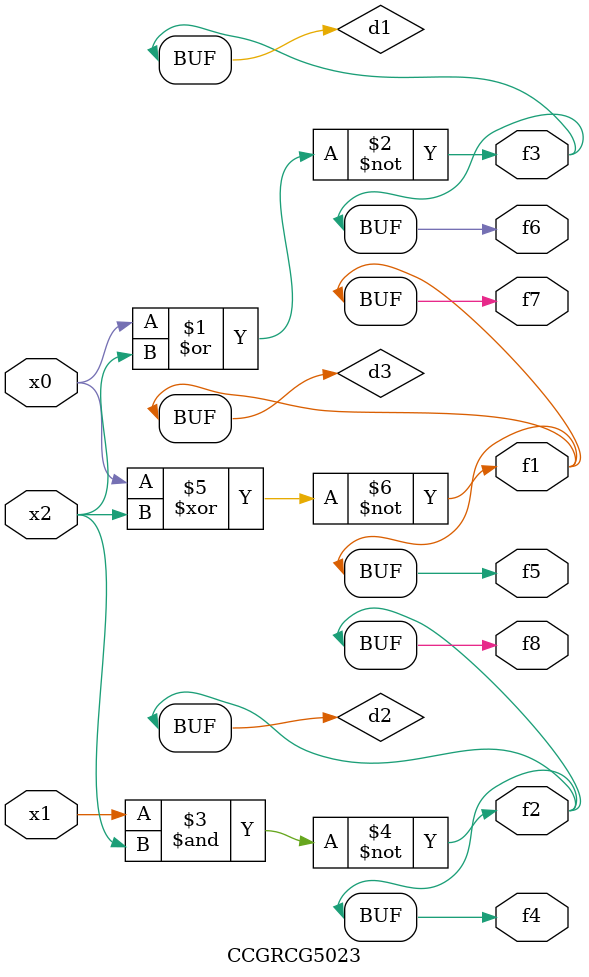
<source format=v>
module CCGRCG5023(
	input x0, x1, x2,
	output f1, f2, f3, f4, f5, f6, f7, f8
);

	wire d1, d2, d3;

	nor (d1, x0, x2);
	nand (d2, x1, x2);
	xnor (d3, x0, x2);
	assign f1 = d3;
	assign f2 = d2;
	assign f3 = d1;
	assign f4 = d2;
	assign f5 = d3;
	assign f6 = d1;
	assign f7 = d3;
	assign f8 = d2;
endmodule

</source>
